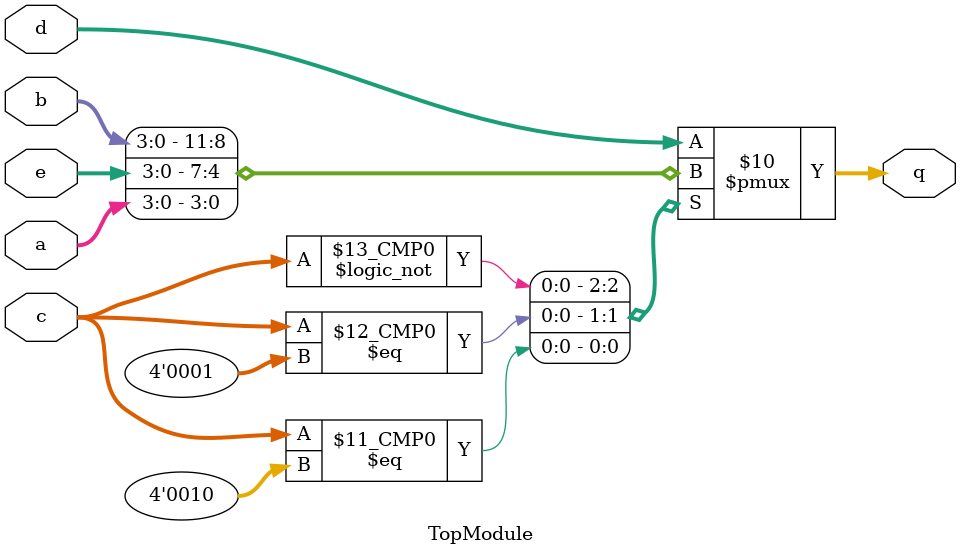
<source format=sv>

module TopModule (
  input [3:0] a,
  input [3:0] b,
  input [3:0] c,
  input [3:0] d,
  input [3:0] e,
  output reg [3:0] q
);
always @(*) begin
    case (c)
        0: q = b;
        1: q = e;
        2: q = a;
        3: q = d;
        4: q = d;
        5: q = d;
        6: q = d;
        7: q = d;
        8: q = d;
        9: q = d;
        default: q = d;
    endcase
end
endmodule

</source>
